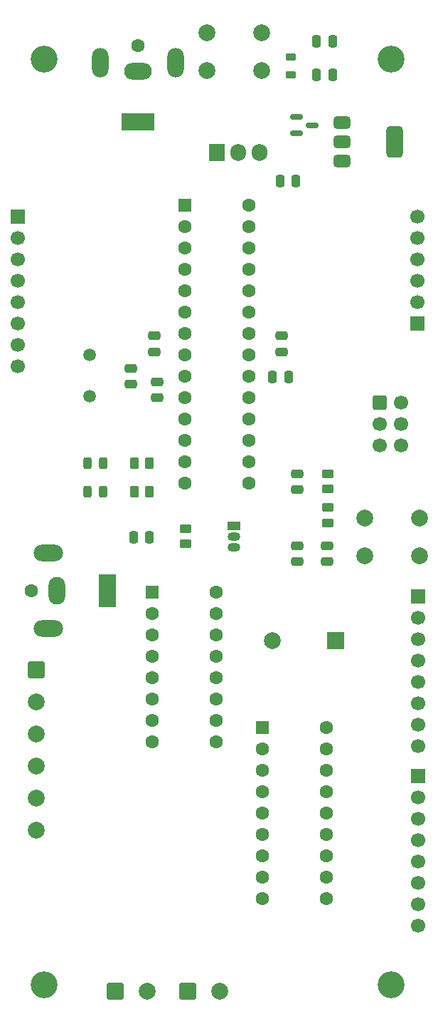
<source format=gbr>
%TF.GenerationSoftware,KiCad,Pcbnew,9.0.7*%
%TF.CreationDate,2026-02-28T16:38:49+05:30*%
%TF.ProjectId,E205 AVR Board design IPD task 1,45323035-2041-4565-9220-426f61726420,rev?*%
%TF.SameCoordinates,Original*%
%TF.FileFunction,Soldermask,Top*%
%TF.FilePolarity,Negative*%
%FSLAX46Y46*%
G04 Gerber Fmt 4.6, Leading zero omitted, Abs format (unit mm)*
G04 Created by KiCad (PCBNEW 9.0.7) date 2026-02-28 16:38:49*
%MOMM*%
%LPD*%
G01*
G04 APERTURE LIST*
G04 Aperture macros list*
%AMRoundRect*
0 Rectangle with rounded corners*
0 $1 Rounding radius*
0 $2 $3 $4 $5 $6 $7 $8 $9 X,Y pos of 4 corners*
0 Add a 4 corners polygon primitive as box body*
4,1,4,$2,$3,$4,$5,$6,$7,$8,$9,$2,$3,0*
0 Add four circle primitives for the rounded corners*
1,1,$1+$1,$2,$3*
1,1,$1+$1,$4,$5*
1,1,$1+$1,$6,$7*
1,1,$1+$1,$8,$9*
0 Add four rect primitives between the rounded corners*
20,1,$1+$1,$2,$3,$4,$5,0*
20,1,$1+$1,$4,$5,$6,$7,0*
20,1,$1+$1,$6,$7,$8,$9,0*
20,1,$1+$1,$8,$9,$2,$3,0*%
G04 Aperture macros list end*
%ADD10R,1.700000X1.700000*%
%ADD11C,1.700000*%
%ADD12RoundRect,0.250000X-0.450000X0.262500X-0.450000X-0.262500X0.450000X-0.262500X0.450000X0.262500X0*%
%ADD13RoundRect,0.250000X-0.550000X-0.550000X0.550000X-0.550000X0.550000X0.550000X-0.550000X0.550000X0*%
%ADD14C,1.600000*%
%ADD15RoundRect,0.250000X-0.475000X0.250000X-0.475000X-0.250000X0.475000X-0.250000X0.475000X0.250000X0*%
%ADD16RoundRect,0.375000X-0.625000X-0.375000X0.625000X-0.375000X0.625000X0.375000X-0.625000X0.375000X0*%
%ADD17RoundRect,0.500000X-0.500000X-1.400000X0.500000X-1.400000X0.500000X1.400000X-0.500000X1.400000X0*%
%ADD18RoundRect,0.250000X0.262500X0.450000X-0.262500X0.450000X-0.262500X-0.450000X0.262500X-0.450000X0*%
%ADD19C,3.200000*%
%ADD20RoundRect,0.250000X-0.750000X-0.750000X0.750000X-0.750000X0.750000X0.750000X-0.750000X0.750000X0*%
%ADD21C,2.000000*%
%ADD22RoundRect,0.250000X-0.250000X-0.475000X0.250000X-0.475000X0.250000X0.475000X-0.250000X0.475000X0*%
%ADD23RoundRect,0.250000X0.475000X-0.250000X0.475000X0.250000X-0.475000X0.250000X-0.475000X-0.250000X0*%
%ADD24RoundRect,0.150000X-0.587500X-0.150000X0.587500X-0.150000X0.587500X0.150000X-0.587500X0.150000X0*%
%ADD25RoundRect,0.243750X-0.243750X-0.456250X0.243750X-0.456250X0.243750X0.456250X-0.243750X0.456250X0*%
%ADD26R,4.000000X2.000000*%
%ADD27O,3.300000X2.000000*%
%ADD28O,2.000000X3.500000*%
%ADD29RoundRect,0.250000X-0.600000X-0.600000X0.600000X-0.600000X0.600000X0.600000X-0.600000X0.600000X0*%
%ADD30R,2.000000X2.000000*%
%ADD31RoundRect,0.218750X-0.381250X0.218750X-0.381250X-0.218750X0.381250X-0.218750X0.381250X0.218750X0*%
%ADD32R,1.905000X2.000000*%
%ADD33O,1.905000X2.000000*%
%ADD34R,2.000000X4.000000*%
%ADD35O,2.000000X3.300000*%
%ADD36O,3.500000X2.000000*%
%ADD37C,1.500000*%
%ADD38RoundRect,0.250000X0.250000X0.475000X-0.250000X0.475000X-0.250000X-0.475000X0.250000X-0.475000X0*%
%ADD39RoundRect,0.250000X-0.750000X0.750000X-0.750000X-0.750000X0.750000X-0.750000X0.750000X0.750000X0*%
%ADD40R,1.500000X1.050000*%
%ADD41O,1.500000X1.050000*%
G04 APERTURE END LIST*
D10*
%TO.C,J9*%
X122600000Y-125270000D03*
D11*
X122600000Y-127810000D03*
X122600000Y-130350000D03*
X122600000Y-132890000D03*
X122600000Y-135430000D03*
X122600000Y-137970000D03*
X122600000Y-140510000D03*
X122600000Y-143050000D03*
%TD*%
D12*
%TO.C,R2*%
X111850000Y-89367500D03*
X111850000Y-91192500D03*
%TD*%
D13*
%TO.C,U1*%
X94885000Y-57480000D03*
D14*
X94885000Y-60020000D03*
X94885000Y-62560000D03*
X94885000Y-65100000D03*
X94885000Y-67640000D03*
X94885000Y-70180000D03*
X94885000Y-72720000D03*
X94885000Y-75260000D03*
X94885000Y-77800000D03*
X94885000Y-80340000D03*
X94885000Y-82880000D03*
X94885000Y-85420000D03*
X94885000Y-87960000D03*
X94885000Y-90500000D03*
X102505000Y-90500000D03*
X102505000Y-87960000D03*
X102505000Y-85420000D03*
X102505000Y-82880000D03*
X102505000Y-80340000D03*
X102505000Y-77800000D03*
X102505000Y-75260000D03*
X102505000Y-72720000D03*
X102505000Y-70180000D03*
X102505000Y-67640000D03*
X102505000Y-65100000D03*
X102505000Y-62560000D03*
X102505000Y-60020000D03*
X102505000Y-57480000D03*
%TD*%
D15*
%TO.C,C4*%
X91250000Y-72980000D03*
X91250000Y-74880000D03*
%TD*%
D16*
%TO.C,U3*%
X113550000Y-47625000D03*
X113550000Y-49925000D03*
D17*
X119850000Y-49925000D03*
D16*
X113550000Y-52225000D03*
%TD*%
D18*
%TO.C,R3*%
X90650000Y-88080000D03*
X88825000Y-88080000D03*
%TD*%
D19*
%TO.C,H4*%
X78100000Y-150050000D03*
%TD*%
D20*
%TO.C,J7*%
X86580000Y-150850000D03*
D21*
X90390000Y-150850000D03*
%TD*%
D19*
%TO.C,H3*%
X119400000Y-150050000D03*
%TD*%
D21*
%TO.C,SW1*%
X122800000Y-99100000D03*
X116300000Y-99100000D03*
X122800000Y-94600000D03*
X116300000Y-94600000D03*
%TD*%
D22*
%TO.C,C10*%
X110550000Y-42000000D03*
X112450000Y-42000000D03*
%TD*%
D23*
%TO.C,C8*%
X88450000Y-78730000D03*
X88450000Y-76830000D03*
%TD*%
D24*
%TO.C,Q1*%
X108162500Y-47000000D03*
X108162500Y-48900000D03*
X110037500Y-47950000D03*
%TD*%
D25*
%TO.C,D2*%
X83275000Y-88080000D03*
X85150000Y-88080000D03*
%TD*%
D14*
%TO.C,J4*%
X89280000Y-38520000D03*
D26*
X89280000Y-47520000D03*
D27*
X89280000Y-41520000D03*
D28*
X93780000Y-40520000D03*
X84780000Y-40520000D03*
%TD*%
D13*
%TO.C,U5*%
X104100000Y-119550000D03*
D14*
X104100000Y-122090000D03*
X104100000Y-124630000D03*
X104100000Y-127170000D03*
X104100000Y-129710000D03*
X104100000Y-132250000D03*
X104100000Y-134790000D03*
X104100000Y-137330000D03*
X104100000Y-139870000D03*
X111720000Y-139870000D03*
X111720000Y-137330000D03*
X111720000Y-134790000D03*
X111720000Y-132250000D03*
X111720000Y-129710000D03*
X111720000Y-127170000D03*
X111720000Y-124630000D03*
X111720000Y-122090000D03*
X111720000Y-119550000D03*
%TD*%
D25*
%TO.C,D3*%
X83275000Y-91480000D03*
X85150000Y-91480000D03*
%TD*%
D29*
%TO.C,J1*%
X118110000Y-80940000D03*
D11*
X120650000Y-80940000D03*
X118110000Y-83480000D03*
X120650000Y-83480000D03*
X118110000Y-86020000D03*
X120650000Y-86020000D03*
%TD*%
D30*
%TO.C,BZ1*%
X112850000Y-109200000D03*
D21*
X105250000Y-109200000D03*
%TD*%
D10*
%TO.C,J3*%
X74950000Y-58850000D03*
D11*
X74950000Y-61390000D03*
X74950000Y-63930000D03*
X74950000Y-66470000D03*
X74950000Y-69010000D03*
X74950000Y-71550000D03*
X74950000Y-74090000D03*
X74950000Y-76630000D03*
%TD*%
D31*
%TO.C,FB1*%
X107500000Y-39875000D03*
X107500000Y-42000000D03*
%TD*%
D15*
%TO.C,C2*%
X111820000Y-97930000D03*
X111820000Y-99830000D03*
%TD*%
D18*
%TO.C,R4*%
X90650000Y-91480000D03*
X88825000Y-91480000D03*
%TD*%
D10*
%TO.C,J10*%
X122600000Y-103940000D03*
D11*
X122600000Y-106480000D03*
X122600000Y-109020000D03*
X122600000Y-111560000D03*
X122600000Y-114100000D03*
X122600000Y-116640000D03*
X122600000Y-119180000D03*
X122600000Y-121720000D03*
%TD*%
D32*
%TO.C,U2*%
X98710000Y-51200000D03*
D33*
X101250000Y-51200000D03*
X103790000Y-51200000D03*
%TD*%
D20*
%TO.C,J8*%
X95190000Y-150850000D03*
D21*
X99000000Y-150850000D03*
%TD*%
D14*
%TO.C,J5*%
X76600000Y-103250000D03*
D34*
X85600000Y-103250000D03*
D35*
X79600000Y-103250000D03*
D36*
X78600000Y-98750000D03*
X78600000Y-107750000D03*
%TD*%
D21*
%TO.C,SW2*%
X97500000Y-37000000D03*
X104000000Y-37000000D03*
X97500000Y-41500000D03*
X104000000Y-41500000D03*
%TD*%
D10*
%TO.C,J2*%
X122550000Y-71550000D03*
D11*
X122550000Y-69010000D03*
X122550000Y-66470000D03*
X122550000Y-63930000D03*
X122550000Y-61390000D03*
X122550000Y-58850000D03*
%TD*%
D15*
%TO.C,C3*%
X108250000Y-97930000D03*
X108250000Y-99830000D03*
%TD*%
D12*
%TO.C,R5*%
X94950000Y-95875000D03*
X94950000Y-97700000D03*
%TD*%
D19*
%TO.C,H1*%
X78100000Y-40100000D03*
%TD*%
D22*
%TO.C,C9*%
X110550000Y-37990000D03*
X112450000Y-37990000D03*
%TD*%
D23*
%TO.C,C1*%
X106350000Y-74880000D03*
X106350000Y-72980000D03*
%TD*%
D37*
%TO.C,Y1*%
X83550000Y-80120000D03*
X83550000Y-75240000D03*
%TD*%
D23*
%TO.C,C6*%
X91550000Y-80330000D03*
X91550000Y-78430000D03*
%TD*%
D38*
%TO.C,C7*%
X108100000Y-54600000D03*
X106200000Y-54600000D03*
%TD*%
D22*
%TO.C,C5*%
X105300000Y-77830000D03*
X107200000Y-77830000D03*
%TD*%
D13*
%TO.C,U4*%
X90980000Y-103460000D03*
D14*
X90980000Y-106000000D03*
X90980000Y-108540000D03*
X90980000Y-111080000D03*
X90980000Y-113620000D03*
X90980000Y-116160000D03*
X90980000Y-118700000D03*
X90980000Y-121240000D03*
X98600000Y-121240000D03*
X98600000Y-118700000D03*
X98600000Y-116160000D03*
X98600000Y-113620000D03*
X98600000Y-111080000D03*
X98600000Y-108540000D03*
X98600000Y-106000000D03*
X98600000Y-103460000D03*
%TD*%
D12*
%TO.C,R1*%
X111850000Y-93367500D03*
X111850000Y-95192500D03*
%TD*%
D19*
%TO.C,H2*%
X119400000Y-40100000D03*
%TD*%
D39*
%TO.C,J6*%
X77200000Y-112640000D03*
D21*
X77200000Y-116450000D03*
X77200000Y-120260000D03*
X77200000Y-124070000D03*
X77200000Y-127880000D03*
X77200000Y-131690000D03*
%TD*%
D15*
%TO.C,D1*%
X108250000Y-89355000D03*
X108250000Y-91255000D03*
%TD*%
D22*
%TO.C,C11*%
X88750000Y-96950000D03*
X90650000Y-96950000D03*
%TD*%
D40*
%TO.C,Q2*%
X100700000Y-95560000D03*
D41*
X100700000Y-96830000D03*
X100700000Y-98100000D03*
%TD*%
M02*

</source>
